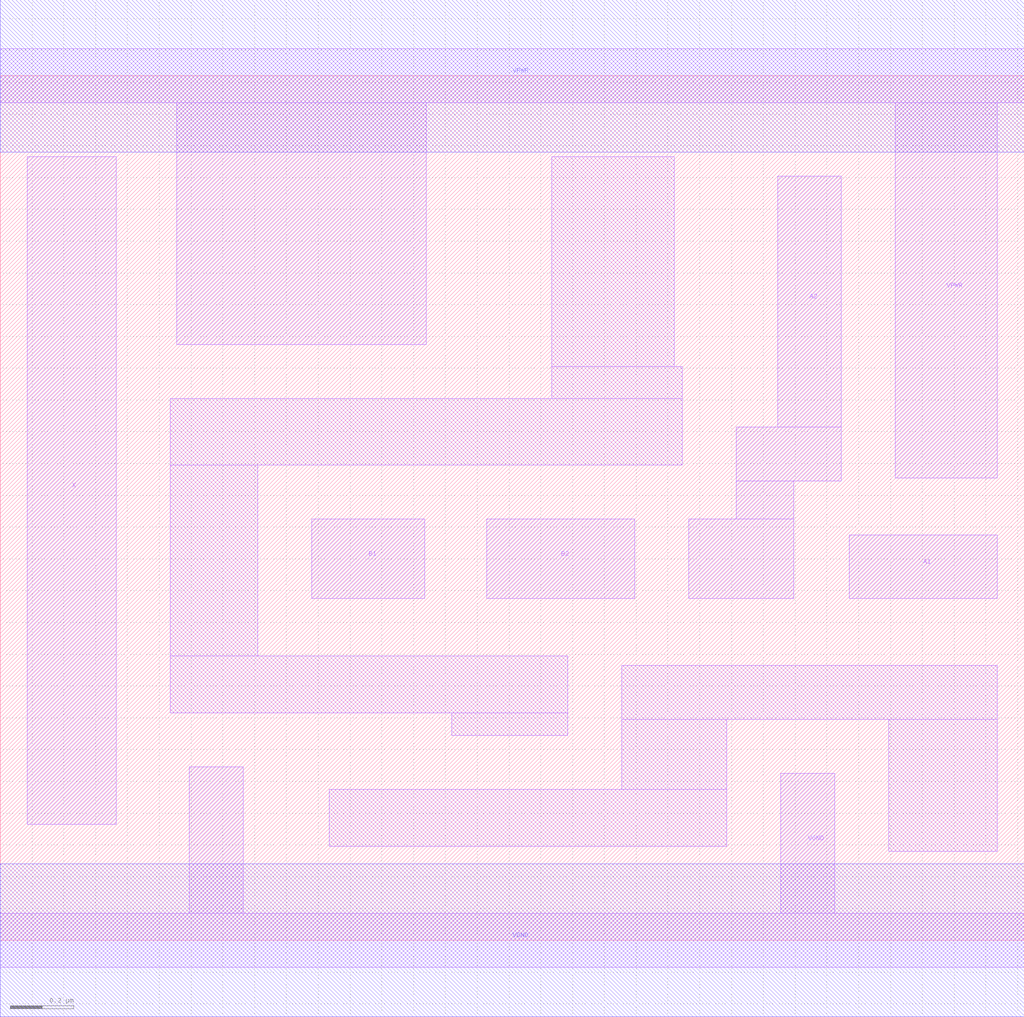
<source format=lef>
# Copyright 2020 The SkyWater PDK Authors
#
# Licensed under the Apache License, Version 2.0 (the "License");
# you may not use this file except in compliance with the License.
# You may obtain a copy of the License at
#
#     https://www.apache.org/licenses/LICENSE-2.0
#
# Unless required by applicable law or agreed to in writing, software
# distributed under the License is distributed on an "AS IS" BASIS,
# WITHOUT WARRANTIES OR CONDITIONS OF ANY KIND, either express or implied.
# See the License for the specific language governing permissions and
# limitations under the License.
#
# SPDX-License-Identifier: Apache-2.0

VERSION 5.5 ;
NAMESCASESENSITIVE ON ;
BUSBITCHARS "[]" ;
DIVIDERCHAR "/" ;
MACRO sky130_fd_sc_hd__o22a_1
  CLASS CORE ;
  SOURCE USER ;
  ORIGIN  0.000000  0.000000 ;
  SIZE  3.220000 BY  2.720000 ;
  SYMMETRY X Y R90 ;
  SITE unithd ;
  PIN A1
    ANTENNAGATEAREA  0.247500 ;
    DIRECTION INPUT ;
    USE SIGNAL ;
    PORT
      LAYER li1 ;
        RECT 2.670000 1.075000 3.135000 1.275000 ;
    END
  END A1
  PIN A2
    ANTENNAGATEAREA  0.247500 ;
    DIRECTION INPUT ;
    USE SIGNAL ;
    PORT
      LAYER li1 ;
        RECT 2.165000 1.075000 2.495000 1.325000 ;
        RECT 2.315000 1.325000 2.495000 1.445000 ;
        RECT 2.315000 1.445000 2.645000 1.615000 ;
        RECT 2.445000 1.615000 2.645000 2.405000 ;
    END
  END A2
  PIN B1
    ANTENNAGATEAREA  0.247500 ;
    DIRECTION INPUT ;
    USE SIGNAL ;
    PORT
      LAYER li1 ;
        RECT 0.980000 1.075000 1.335000 1.325000 ;
    END
  END B1
  PIN B2
    ANTENNAGATEAREA  0.247500 ;
    DIRECTION INPUT ;
    USE SIGNAL ;
    PORT
      LAYER li1 ;
        RECT 1.530000 1.075000 1.995000 1.325000 ;
    END
  END B2
  PIN X
    ANTENNADIFFAREA  0.449000 ;
    DIRECTION OUTPUT ;
    USE SIGNAL ;
    PORT
      LAYER li1 ;
        RECT 0.085000 0.365000 0.365000 2.465000 ;
    END
  END X
  PIN VGND
    DIRECTION INOUT ;
    SHAPE ABUTMENT ;
    USE GROUND ;
    PORT
      LAYER li1 ;
        RECT 0.000000 -0.085000 3.220000 0.085000 ;
        RECT 0.595000  0.085000 0.765000 0.545000 ;
        RECT 2.455000  0.085000 2.625000 0.525000 ;
    END
    PORT
      LAYER met1 ;
        RECT 0.000000 -0.240000 3.220000 0.240000 ;
    END
  END VGND
  PIN VPWR
    DIRECTION INOUT ;
    SHAPE ABUTMENT ;
    USE POWER ;
    PORT
      LAYER li1 ;
        RECT 0.000000 2.635000 3.220000 2.805000 ;
        RECT 0.555000 1.875000 1.340000 2.635000 ;
        RECT 2.815000 1.455000 3.135000 2.635000 ;
    END
    PORT
      LAYER met1 ;
        RECT 0.000000 2.480000 3.220000 2.960000 ;
    END
  END VPWR
  OBS
    LAYER li1 ;
      RECT 0.535000 0.715000 1.785000 0.895000 ;
      RECT 0.535000 0.895000 0.810000 1.495000 ;
      RECT 0.535000 1.495000 2.145000 1.705000 ;
      RECT 1.035000 0.295000 2.285000 0.475000 ;
      RECT 1.420000 0.645000 1.785000 0.715000 ;
      RECT 1.735000 1.705000 2.145000 1.805000 ;
      RECT 1.735000 1.805000 2.120000 2.465000 ;
      RECT 1.955000 0.475000 2.285000 0.695000 ;
      RECT 1.955000 0.695000 3.135000 0.865000 ;
      RECT 2.795000 0.280000 3.135000 0.695000 ;
  END
END sky130_fd_sc_hd__o22a_1
END LIBRARY

</source>
